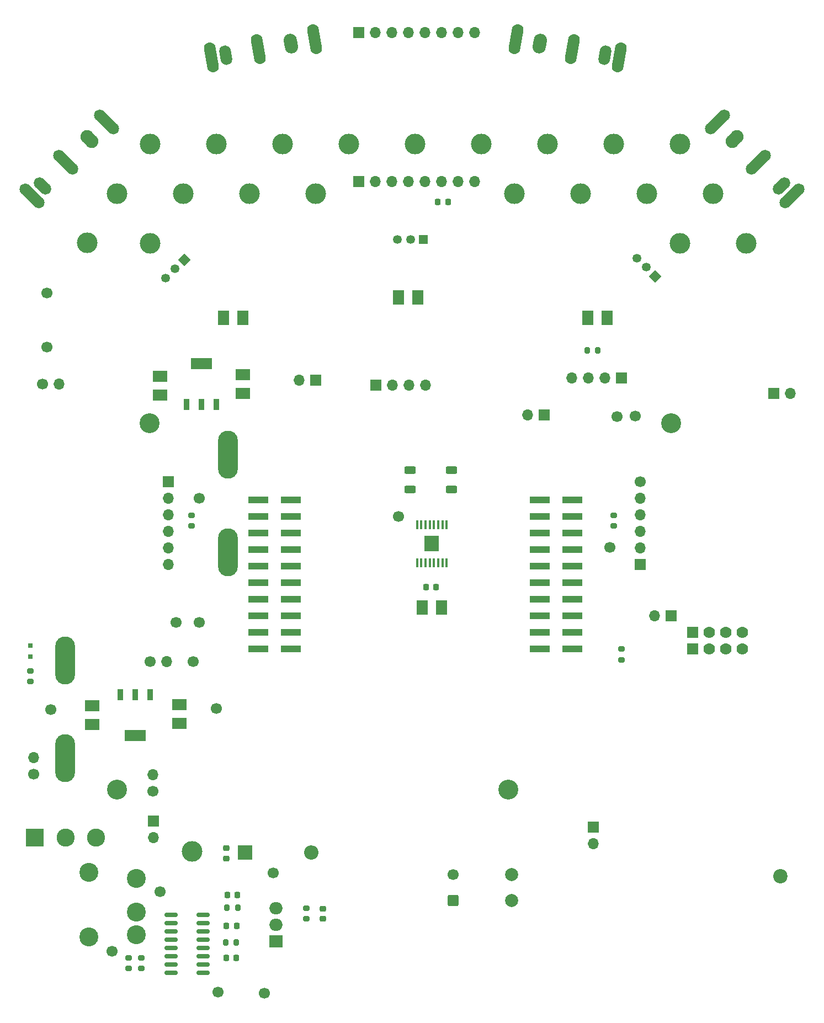
<source format=gts>
G04 #@! TF.GenerationSoftware,KiCad,Pcbnew,8.0.7*
G04 #@! TF.CreationDate,2025-10-03T11:55:05-04:00*
G04 #@! TF.ProjectId,MotorBoardv3_2,4d6f746f-7242-46f6-9172-6476335f322e,V2.0.2b*
G04 #@! TF.SameCoordinates,Original*
G04 #@! TF.FileFunction,Soldermask,Top*
G04 #@! TF.FilePolarity,Negative*
%FSLAX46Y46*%
G04 Gerber Fmt 4.6, Leading zero omitted, Abs format (unit mm)*
G04 Created by KiCad (PCBNEW 8.0.7) date 2025-10-03 11:55:05*
%MOMM*%
%LPD*%
G01*
G04 APERTURE LIST*
G04 Aperture macros list*
%AMRoundRect*
0 Rectangle with rounded corners*
0 $1 Rounding radius*
0 $2 $3 $4 $5 $6 $7 $8 $9 X,Y pos of 4 corners*
0 Add a 4 corners polygon primitive as box body*
4,1,4,$2,$3,$4,$5,$6,$7,$8,$9,$2,$3,0*
0 Add four circle primitives for the rounded corners*
1,1,$1+$1,$2,$3*
1,1,$1+$1,$4,$5*
1,1,$1+$1,$6,$7*
1,1,$1+$1,$8,$9*
0 Add four rect primitives between the rounded corners*
20,1,$1+$1,$2,$3,$4,$5,0*
20,1,$1+$1,$4,$5,$6,$7,0*
20,1,$1+$1,$6,$7,$8,$9,0*
20,1,$1+$1,$8,$9,$2,$3,0*%
%AMHorizOval*
0 Thick line with rounded ends*
0 $1 width*
0 $2 $3 position (X,Y) of the first rounded end (center of the circle)*
0 $4 $5 position (X,Y) of the second rounded end (center of the circle)*
0 Add line between two ends*
20,1,$1,$2,$3,$4,$5,0*
0 Add two circle primitives to create the rounded ends*
1,1,$1,$2,$3*
1,1,$1,$4,$5*%
%AMRotRect*
0 Rectangle, with rotation*
0 The origin of the aperture is its center*
0 $1 length*
0 $2 width*
0 $3 Rotation angle, in degrees counterclockwise*
0 Add horizontal line*
21,1,$1,$2,0,0,$3*%
G04 Aperture macros list end*
%ADD10R,0.800000X0.800000*%
%ADD11C,3.175000*%
%ADD12C,1.700000*%
%ADD13R,1.700000X1.700000*%
%ADD14O,1.700000X1.700000*%
%ADD15HorizOval,2.032000X0.088213X-0.500282X-0.088213X0.500282X0*%
%ADD16HorizOval,1.778000X0.110267X-0.625353X-0.110267X0.625353X0*%
%ADD17HorizOval,1.778000X0.253613X-1.438312X-0.253613X1.438312X0*%
%ADD18RoundRect,0.200000X-0.200000X-0.275000X0.200000X-0.275000X0.200000X0.275000X-0.200000X0.275000X0*%
%ADD19RoundRect,0.225000X-0.225000X-0.250000X0.225000X-0.250000X0.225000X0.250000X-0.225000X0.250000X0*%
%ADD20RoundRect,0.200000X0.200000X0.275000X-0.200000X0.275000X-0.200000X-0.275000X0.200000X-0.275000X0*%
%ADD21RoundRect,0.200000X0.275000X-0.200000X0.275000X0.200000X-0.275000X0.200000X-0.275000X-0.200000X0*%
%ADD22C,2.000000*%
%ADD23RoundRect,0.250000X0.600000X-0.600000X0.600000X0.600000X-0.600000X0.600000X-0.600000X-0.600000X0*%
%ADD24R,2.300000X1.800000*%
%ADD25RoundRect,0.225000X-0.250000X0.225000X-0.250000X-0.225000X0.250000X-0.225000X0.250000X0.225000X0*%
%ADD26R,2.200000X2.200000*%
%ADD27O,2.200000X2.200000*%
%ADD28RoundRect,0.225000X0.225000X0.250000X-0.225000X0.250000X-0.225000X-0.250000X0.225000X-0.250000X0*%
%ADD29RotRect,1.350000X1.350000X135.000000*%
%ADD30C,1.350000*%
%ADD31R,1.800000X2.300000*%
%ADD32R,2.000000X1.905000*%
%ADD33O,2.000000X1.905000*%
%ADD34R,2.775000X2.775000*%
%ADD35C,2.775000*%
%ADD36RoundRect,0.200000X-0.275000X0.200000X-0.275000X-0.200000X0.275000X-0.200000X0.275000X0.200000X0*%
%ADD37RotRect,1.350000X1.350000X225.000000*%
%ADD38HorizOval,2.032000X0.359210X-0.359210X-0.359210X0.359210X0*%
%ADD39HorizOval,1.778000X0.449013X-0.449013X-0.449013X0.449013X0*%
%ADD40HorizOval,1.778000X1.032729X-1.032729X-1.032729X1.032729X0*%
%ADD41R,3.150000X1.000000*%
%ADD42R,0.450000X1.475000*%
%ADD43R,2.310000X2.460000*%
%ADD44RoundRect,0.150000X-0.825000X-0.150000X0.825000X-0.150000X0.825000X0.150000X-0.825000X0.150000X0*%
%ADD45C,2.904000*%
%ADD46C,3.048000*%
%ADD47O,3.048000X7.366000*%
%ADD48R,1.350000X1.350000*%
%ADD49RoundRect,0.250000X0.625000X-0.312500X0.625000X0.312500X-0.625000X0.312500X-0.625000X-0.312500X0*%
%ADD50R,1.778000X1.778000*%
%ADD51C,1.778000*%
%ADD52R,0.950000X1.750000*%
%ADD53R,3.200000X1.750000*%
%ADD54C,2.200000*%
%ADD55HorizOval,2.032000X-0.359210X-0.359210X0.359210X0.359210X0*%
%ADD56HorizOval,1.778000X-0.449013X-0.449013X0.449013X0.449013X0*%
%ADD57HorizOval,1.778000X-1.032729X-1.032729X1.032729X1.032729X0*%
%ADD58HorizOval,2.032000X-0.088213X-0.500282X0.088213X0.500282X0*%
%ADD59HorizOval,1.778000X-0.110267X-0.625353X0.110267X0.625353X0*%
%ADD60HorizOval,1.778000X-0.253613X-1.438312X0.253613X1.438312X0*%
G04 APERTURE END LIST*
D10*
X50165000Y-120142000D03*
X50165000Y-121792000D03*
D11*
X160020000Y-58420000D03*
D12*
X72517000Y-116586000D03*
D13*
X69088000Y-147066000D03*
D14*
X69088000Y-149606000D03*
D15*
X90131412Y-27752934D03*
D16*
X80125765Y-29517199D03*
D17*
X85128588Y-28635066D03*
X93794899Y-27106962D03*
X77939492Y-29902698D03*
D18*
X80315000Y-160360000D03*
X81965000Y-160360000D03*
D19*
X80230000Y-168090000D03*
X81780000Y-168090000D03*
D20*
X137212000Y-74830000D03*
X135562000Y-74830000D03*
D21*
X67210000Y-169685000D03*
X67210000Y-168035000D03*
D12*
X78740000Y-129794000D03*
D11*
X68580000Y-58420000D03*
X68580000Y-43180000D03*
D22*
X124035000Y-159260000D03*
X124035000Y-155260000D03*
D23*
X115035000Y-159260000D03*
D12*
X115035000Y-155260000D03*
D24*
X73025000Y-129180000D03*
X73025000Y-132080000D03*
D13*
X100510000Y-48920000D03*
D14*
X118290000Y-48920000D03*
X105590000Y-48920000D03*
X108130000Y-48920000D03*
X110670000Y-48920000D03*
X113210000Y-48920000D03*
X108130000Y-26060000D03*
X105590000Y-26060000D03*
D13*
X100510000Y-26060000D03*
D14*
X103050000Y-48920000D03*
X103050000Y-26060000D03*
X110670000Y-26060000D03*
X118290000Y-26060000D03*
X115750000Y-48920000D03*
X113210000Y-26060000D03*
X115750000Y-26060000D03*
D11*
X73660000Y-50800000D03*
D25*
X95060000Y-160525000D03*
X95060000Y-162075000D03*
D26*
X83075000Y-151920000D03*
D27*
X93235000Y-151920000D03*
D28*
X81905000Y-158440000D03*
X80355000Y-158440000D03*
D29*
X146050000Y-63500000D03*
D30*
X144635786Y-62085786D03*
X143221573Y-60671573D03*
D31*
X135710000Y-69850000D03*
X138610000Y-69850000D03*
D12*
X68961000Y-142499000D03*
D14*
X68961000Y-139959000D03*
D12*
X106680000Y-100330000D03*
D31*
X79830000Y-69850000D03*
X82730000Y-69850000D03*
D32*
X87845000Y-165510000D03*
D33*
X87845000Y-162970000D03*
X87845000Y-160430000D03*
D11*
X88900000Y-43180000D03*
D12*
X143006000Y-84914000D03*
D34*
X50863500Y-149606000D03*
D35*
X55563500Y-149606000D03*
X60263500Y-149606000D03*
D36*
X139700000Y-100140000D03*
X139700000Y-101790000D03*
D19*
X80265000Y-163120000D03*
X81815000Y-163120000D03*
D12*
X52705000Y-66040000D03*
X140187000Y-84980000D03*
D11*
X144780000Y-50800000D03*
D24*
X70104000Y-81714000D03*
X70104000Y-78814000D03*
D19*
X112682000Y-52050000D03*
X114232000Y-52050000D03*
X110845000Y-111125000D03*
X112395000Y-111125000D03*
D11*
X134620000Y-50800000D03*
X83820000Y-50800000D03*
X149860000Y-43180000D03*
D13*
X93980000Y-79375000D03*
D14*
X91440000Y-79375000D03*
D11*
X119380000Y-43180000D03*
D37*
X73768949Y-60914872D03*
D30*
X72354735Y-62329086D03*
X70940522Y-63743299D03*
D12*
X52705000Y-74295000D03*
D38*
X59200051Y-42399949D03*
D39*
X52015846Y-49584154D03*
D40*
X55607949Y-45992051D03*
X61830488Y-39769512D03*
X50446069Y-51153931D03*
D13*
X140827000Y-79060000D03*
D14*
X138287000Y-79060000D03*
X135747000Y-79060000D03*
X133207000Y-79060000D03*
D11*
X124460000Y-50800000D03*
D41*
X90170000Y-120650000D03*
X85120000Y-120650000D03*
X90170000Y-118110000D03*
X85120000Y-118110000D03*
X90170000Y-115570000D03*
X85120000Y-115570000D03*
X90170000Y-113030000D03*
X85120000Y-113030000D03*
X90170000Y-110490000D03*
X85120000Y-110490000D03*
X90170000Y-107950000D03*
X85120000Y-107950000D03*
X90170000Y-105410000D03*
X85120000Y-105410000D03*
X90170000Y-102870000D03*
X85120000Y-102870000D03*
X90170000Y-100330000D03*
X85120000Y-100330000D03*
X90170000Y-97790000D03*
X85120000Y-97790000D03*
D42*
X114035000Y-101557000D03*
X113385000Y-101557000D03*
X112735000Y-101557000D03*
X112085000Y-101557000D03*
X111435000Y-101557000D03*
X110785000Y-101557000D03*
X110135000Y-101557000D03*
X109485000Y-101557000D03*
X109485000Y-107433000D03*
X110135000Y-107433000D03*
X110785000Y-107433000D03*
X111435000Y-107433000D03*
X112085000Y-107433000D03*
X112735000Y-107433000D03*
X113385000Y-107433000D03*
X114035000Y-107433000D03*
D43*
X111760000Y-104495000D03*
D24*
X59690000Y-129360000D03*
X59690000Y-132260000D03*
D11*
X63500000Y-50800000D03*
D44*
X71735000Y-161415000D03*
X71735000Y-162685000D03*
X71735000Y-163955000D03*
X71735000Y-165225000D03*
X71735000Y-166495000D03*
X71735000Y-167765000D03*
X71735000Y-169035000D03*
X71735000Y-170305000D03*
X76685000Y-170305000D03*
X76685000Y-169035000D03*
X76685000Y-167765000D03*
X76685000Y-166495000D03*
X76685000Y-165225000D03*
X76685000Y-163955000D03*
X76685000Y-162685000D03*
X76685000Y-161415000D03*
D45*
X66437000Y-164470000D03*
X66437000Y-155870000D03*
X66437000Y-161070000D03*
X59137000Y-154970000D03*
X59137000Y-164870000D03*
D41*
X133350000Y-120650000D03*
X128300000Y-120650000D03*
X133350000Y-118110000D03*
X128300000Y-118110000D03*
X133350000Y-115570000D03*
X128300000Y-115570000D03*
X133350000Y-113030000D03*
X128300000Y-113030000D03*
X133350000Y-110490000D03*
X128300000Y-110490000D03*
X133350000Y-107950000D03*
X128300000Y-107950000D03*
X133350000Y-105410000D03*
X128300000Y-105410000D03*
X133350000Y-102870000D03*
X128300000Y-102870000D03*
X133350000Y-100330000D03*
X128300000Y-100330000D03*
X133350000Y-97790000D03*
X128300000Y-97790000D03*
D12*
X139065000Y-105048000D03*
D11*
X58920000Y-58310000D03*
D18*
X80110000Y-165650000D03*
X81760000Y-165650000D03*
D13*
X103187000Y-80140000D03*
D14*
X105727000Y-80140000D03*
X108267000Y-80140000D03*
X110807000Y-80140000D03*
D36*
X50165000Y-124016000D03*
X50165000Y-125666000D03*
D31*
X110310000Y-114300000D03*
X113210000Y-114300000D03*
D13*
X148463000Y-115570000D03*
D14*
X145923000Y-115570000D03*
D12*
X70057000Y-157920000D03*
X68580000Y-122555000D03*
D14*
X71120000Y-122555000D03*
D11*
X99060000Y-43180000D03*
D13*
X136525000Y-147955000D03*
D14*
X136525000Y-150495000D03*
D46*
X63500000Y-142250000D03*
X123500000Y-142250000D03*
X148500000Y-86050000D03*
X68500000Y-86050000D03*
D47*
X55500000Y-137450000D03*
X55500000Y-122450000D03*
X80500000Y-105850000D03*
X80500000Y-90850000D03*
D13*
X71297800Y-94950000D03*
D14*
X71297800Y-97490000D03*
X71297800Y-100030000D03*
X71297800Y-102570000D03*
X71297800Y-105110000D03*
X71297800Y-107650000D03*
D13*
X143687800Y-107650000D03*
D14*
X143687800Y-105110000D03*
X143687800Y-102570000D03*
X143687800Y-100030000D03*
X143687800Y-97490000D03*
D12*
X143687800Y-94950000D03*
X78987000Y-173320000D03*
X86087000Y-173460000D03*
D11*
X149860000Y-58420000D03*
D25*
X80190000Y-151245000D03*
X80190000Y-152795000D03*
D21*
X140843000Y-122300000D03*
X140843000Y-120650000D03*
D36*
X92475000Y-160415000D03*
X92475000Y-162065000D03*
D11*
X129540000Y-43180000D03*
D48*
X110490000Y-57785000D03*
D30*
X108490000Y-57785000D03*
X106490000Y-57785000D03*
D12*
X87427000Y-155030000D03*
D49*
X114808000Y-96143000D03*
X114808000Y-93218000D03*
D50*
X151765000Y-120650000D03*
D51*
X154305000Y-120650000D03*
X156845000Y-120650000D03*
X159385000Y-120650000D03*
D50*
X151765000Y-118110000D03*
D51*
X154305000Y-118110000D03*
X156845000Y-118110000D03*
X159385000Y-118110000D03*
D12*
X76073000Y-116586000D03*
D13*
X164211000Y-81407000D03*
D14*
X166751000Y-81407000D03*
D52*
X74140000Y-83135000D03*
X76440000Y-83135000D03*
X78740000Y-83135000D03*
D53*
X76440000Y-76835000D03*
D36*
X74930000Y-100140000D03*
X74930000Y-101790000D03*
D49*
X108458000Y-96143000D03*
X108458000Y-93218000D03*
D31*
X106680000Y-66675000D03*
X109580000Y-66675000D03*
D24*
X82804000Y-81460000D03*
X82804000Y-78560000D03*
D11*
X93980000Y-50800000D03*
X78740000Y-43180000D03*
D12*
X76073000Y-97536000D03*
X53340000Y-129940000D03*
D36*
X65210000Y-168035000D03*
X65210000Y-169685000D03*
D11*
X109220000Y-43180000D03*
D54*
X165207000Y-155560000D03*
D52*
X68580000Y-127660000D03*
X66280000Y-127660000D03*
X63980000Y-127660000D03*
D53*
X66280000Y-133960000D03*
D11*
X74990000Y-151750000D03*
D12*
X50673000Y-139827000D03*
D14*
X50673000Y-137287000D03*
D11*
X154940000Y-50800000D03*
X139700000Y-43180000D03*
D13*
X129032000Y-84770000D03*
D14*
X126492000Y-84770000D03*
D12*
X62707000Y-167030000D03*
X75184000Y-122555000D03*
X52070000Y-80010000D03*
D14*
X54610000Y-80010000D03*
D55*
X158223949Y-42399949D03*
D56*
X165408154Y-49584154D03*
D57*
X161816051Y-45992051D03*
X155593512Y-39769512D03*
X166977931Y-51153931D03*
D58*
X128333988Y-27752934D03*
D59*
X138339635Y-29517199D03*
D60*
X133336812Y-28635066D03*
X124670501Y-27106962D03*
X140525908Y-29902698D03*
M02*

</source>
